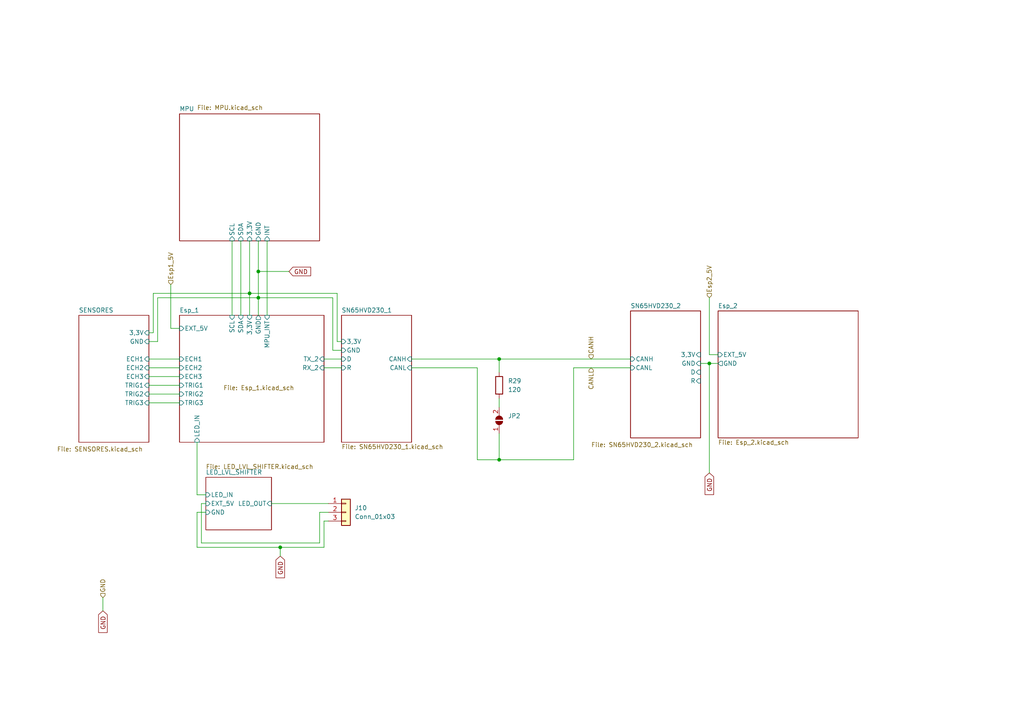
<source format=kicad_sch>
(kicad_sch (version 20230121) (generator eeschema)

  (uuid 3c1d1a99-a059-4686-81b7-0189c3f11a9d)

  (paper "A4")

  (title_block
    (company "FRED")
  )

  (lib_symbols
    (symbol "Connector_Generic:Conn_01x03" (pin_names (offset 1.016) hide) (in_bom yes) (on_board yes)
      (property "Reference" "J" (at 0 5.08 0)
        (effects (font (size 1.27 1.27)))
      )
      (property "Value" "Conn_01x03" (at 0 -5.08 0)
        (effects (font (size 1.27 1.27)))
      )
      (property "Footprint" "" (at 0 0 0)
        (effects (font (size 1.27 1.27)) hide)
      )
      (property "Datasheet" "~" (at 0 0 0)
        (effects (font (size 1.27 1.27)) hide)
      )
      (property "ki_keywords" "connector" (at 0 0 0)
        (effects (font (size 1.27 1.27)) hide)
      )
      (property "ki_description" "Generic connector, single row, 01x03, script generated (kicad-library-utils/schlib/autogen/connector/)" (at 0 0 0)
        (effects (font (size 1.27 1.27)) hide)
      )
      (property "ki_fp_filters" "Connector*:*_1x??_*" (at 0 0 0)
        (effects (font (size 1.27 1.27)) hide)
      )
      (symbol "Conn_01x03_1_1"
        (rectangle (start -1.27 -2.413) (end 0 -2.667)
          (stroke (width 0.1524) (type default))
          (fill (type none))
        )
        (rectangle (start -1.27 0.127) (end 0 -0.127)
          (stroke (width 0.1524) (type default))
          (fill (type none))
        )
        (rectangle (start -1.27 2.667) (end 0 2.413)
          (stroke (width 0.1524) (type default))
          (fill (type none))
        )
        (rectangle (start -1.27 3.81) (end 1.27 -3.81)
          (stroke (width 0.254) (type default))
          (fill (type background))
        )
        (pin passive line (at -5.08 2.54 0) (length 3.81)
          (name "Pin_1" (effects (font (size 1.27 1.27))))
          (number "1" (effects (font (size 1.27 1.27))))
        )
        (pin passive line (at -5.08 0 0) (length 3.81)
          (name "Pin_2" (effects (font (size 1.27 1.27))))
          (number "2" (effects (font (size 1.27 1.27))))
        )
        (pin passive line (at -5.08 -2.54 0) (length 3.81)
          (name "Pin_3" (effects (font (size 1.27 1.27))))
          (number "3" (effects (font (size 1.27 1.27))))
        )
      )
    )
    (symbol "Device:R" (pin_numbers hide) (pin_names (offset 0)) (in_bom yes) (on_board yes)
      (property "Reference" "R" (at 2.032 0 90)
        (effects (font (size 1.27 1.27)))
      )
      (property "Value" "R" (at 0 0 90)
        (effects (font (size 1.27 1.27)))
      )
      (property "Footprint" "" (at -1.778 0 90)
        (effects (font (size 1.27 1.27)) hide)
      )
      (property "Datasheet" "~" (at 0 0 0)
        (effects (font (size 1.27 1.27)) hide)
      )
      (property "ki_keywords" "R res resistor" (at 0 0 0)
        (effects (font (size 1.27 1.27)) hide)
      )
      (property "ki_description" "Resistor" (at 0 0 0)
        (effects (font (size 1.27 1.27)) hide)
      )
      (property "ki_fp_filters" "R_*" (at 0 0 0)
        (effects (font (size 1.27 1.27)) hide)
      )
      (symbol "R_0_1"
        (rectangle (start -1.016 -2.54) (end 1.016 2.54)
          (stroke (width 0.254) (type default))
          (fill (type none))
        )
      )
      (symbol "R_1_1"
        (pin passive line (at 0 3.81 270) (length 1.27)
          (name "~" (effects (font (size 1.27 1.27))))
          (number "1" (effects (font (size 1.27 1.27))))
        )
        (pin passive line (at 0 -3.81 90) (length 1.27)
          (name "~" (effects (font (size 1.27 1.27))))
          (number "2" (effects (font (size 1.27 1.27))))
        )
      )
    )
    (symbol "Jumper:SolderJumper_2_Open" (pin_names (offset 0) hide) (in_bom yes) (on_board yes)
      (property "Reference" "JP" (at 0 2.032 0)
        (effects (font (size 1.27 1.27)))
      )
      (property "Value" "SolderJumper_2_Open" (at 0 -2.54 0)
        (effects (font (size 1.27 1.27)))
      )
      (property "Footprint" "" (at 0 0 0)
        (effects (font (size 1.27 1.27)) hide)
      )
      (property "Datasheet" "~" (at 0 0 0)
        (effects (font (size 1.27 1.27)) hide)
      )
      (property "ki_keywords" "solder jumper SPST" (at 0 0 0)
        (effects (font (size 1.27 1.27)) hide)
      )
      (property "ki_description" "Solder Jumper, 2-pole, open" (at 0 0 0)
        (effects (font (size 1.27 1.27)) hide)
      )
      (property "ki_fp_filters" "SolderJumper*Open*" (at 0 0 0)
        (effects (font (size 1.27 1.27)) hide)
      )
      (symbol "SolderJumper_2_Open_0_1"
        (arc (start -0.254 1.016) (mid -1.2656 0) (end -0.254 -1.016)
          (stroke (width 0) (type default))
          (fill (type none))
        )
        (arc (start -0.254 1.016) (mid -1.2656 0) (end -0.254 -1.016)
          (stroke (width 0) (type default))
          (fill (type outline))
        )
        (polyline
          (pts
            (xy -0.254 1.016)
            (xy -0.254 -1.016)
          )
          (stroke (width 0) (type default))
          (fill (type none))
        )
        (polyline
          (pts
            (xy 0.254 1.016)
            (xy 0.254 -1.016)
          )
          (stroke (width 0) (type default))
          (fill (type none))
        )
        (arc (start 0.254 -1.016) (mid 1.2656 0) (end 0.254 1.016)
          (stroke (width 0) (type default))
          (fill (type none))
        )
        (arc (start 0.254 -1.016) (mid 1.2656 0) (end 0.254 1.016)
          (stroke (width 0) (type default))
          (fill (type outline))
        )
      )
      (symbol "SolderJumper_2_Open_1_1"
        (pin passive line (at -3.81 0 0) (length 2.54)
          (name "A" (effects (font (size 1.27 1.27))))
          (number "1" (effects (font (size 1.27 1.27))))
        )
        (pin passive line (at 3.81 0 180) (length 2.54)
          (name "B" (effects (font (size 1.27 1.27))))
          (number "2" (effects (font (size 1.27 1.27))))
        )
      )
    )
  )

  (junction (at 72.39 85.09) (diameter 0) (color 0 0 0 0)
    (uuid 0279758d-df2f-4062-8428-b5f72fdb6716)
  )
  (junction (at 205.74 105.41) (diameter 0) (color 0 0 0 0)
    (uuid 4666ef4e-6b48-4f3b-bd33-cc27cb2bfc81)
  )
  (junction (at 74.93 86.36) (diameter 0) (color 0 0 0 0)
    (uuid 4abb9b9d-29ee-467f-940e-e4e374e280f9)
  )
  (junction (at 144.78 133.35) (diameter 0) (color 0 0 0 0)
    (uuid 4f98788e-0bb2-4f5c-947c-39eca60f1fc2)
  )
  (junction (at 144.78 104.14) (diameter 0) (color 0 0 0 0)
    (uuid 6b0253f4-24f4-4be4-a355-496cafd85a1b)
  )
  (junction (at 74.93 78.74) (diameter 0) (color 0 0 0 0)
    (uuid 9b13efed-1114-4c30-bcb6-e2276813fdc1)
  )
  (junction (at 81.28 158.75) (diameter 0) (color 0 0 0 0)
    (uuid ae661aaa-01f2-48f1-b5de-988693940995)
  )

  (wire (pts (xy 96.52 101.6) (xy 99.06 101.6))
    (stroke (width 0) (type default))
    (uuid 0d795ebe-5278-45bf-8cee-91169f0aa09f)
  )
  (wire (pts (xy 59.69 148.59) (xy 57.15 148.59))
    (stroke (width 0) (type default))
    (uuid 0dc4ab27-93c3-4367-b415-6f08b4190140)
  )
  (wire (pts (xy 144.78 125.73) (xy 144.78 133.35))
    (stroke (width 0) (type default))
    (uuid 0e23e635-3416-4a46-96e5-c7c4b1192634)
  )
  (wire (pts (xy 72.39 85.09) (xy 72.39 91.44))
    (stroke (width 0) (type default))
    (uuid 1097e3a7-aa2a-4eb5-98d3-aa6f33f892ea)
  )
  (wire (pts (xy 93.98 158.75) (xy 93.98 151.13))
    (stroke (width 0) (type default))
    (uuid 10c8d928-1a5b-4f17-85ba-3b07d0dad0f5)
  )
  (wire (pts (xy 77.47 69.85) (xy 77.47 91.44))
    (stroke (width 0) (type default))
    (uuid 1bfeee04-c1c4-4112-9b13-6c7b8053de82)
  )
  (wire (pts (xy 43.18 104.14) (xy 52.07 104.14))
    (stroke (width 0) (type default))
    (uuid 1e3405dd-242d-460a-88bd-1b5622bcff59)
  )
  (wire (pts (xy 59.69 146.05) (xy 58.42 146.05))
    (stroke (width 0) (type default))
    (uuid 1f2caafb-9397-4cfd-b1d6-55b0c2dd99d9)
  )
  (wire (pts (xy 205.74 105.41) (xy 208.28 105.41))
    (stroke (width 0) (type default))
    (uuid 263375b9-9148-4439-89ec-1f86b0223a8e)
  )
  (wire (pts (xy 138.43 106.68) (xy 138.43 133.35))
    (stroke (width 0) (type default))
    (uuid 2a773894-016d-4ae5-acf1-ca262d6152f1)
  )
  (wire (pts (xy 44.45 85.09) (xy 44.45 96.52))
    (stroke (width 0) (type default))
    (uuid 2b059db8-42c8-4709-8627-bcddddd7b8c3)
  )
  (wire (pts (xy 72.39 85.09) (xy 44.45 85.09))
    (stroke (width 0) (type default))
    (uuid 2b4d9488-a07d-459d-9ba5-9748ab3ff60f)
  )
  (wire (pts (xy 43.18 114.3) (xy 52.07 114.3))
    (stroke (width 0) (type default))
    (uuid 31f1a949-8aa6-46b9-a49e-a8666b8080cb)
  )
  (wire (pts (xy 144.78 115.57) (xy 144.78 118.11))
    (stroke (width 0) (type default))
    (uuid 39a728c7-f1d2-4abb-a35c-8552cdfc1ada)
  )
  (wire (pts (xy 81.28 158.75) (xy 81.28 161.29))
    (stroke (width 0) (type default))
    (uuid 3b217d98-67a7-41f7-acf3-61f97429b2c5)
  )
  (wire (pts (xy 49.53 95.25) (xy 49.53 82.55))
    (stroke (width 0) (type default))
    (uuid 3b30bd8f-a946-46c0-926c-fa36eb17ee72)
  )
  (wire (pts (xy 205.74 86.36) (xy 205.74 102.87))
    (stroke (width 0) (type default))
    (uuid 3c1ed950-fd11-4927-8a2a-fcee23a18beb)
  )
  (wire (pts (xy 203.2 105.41) (xy 205.74 105.41))
    (stroke (width 0) (type default))
    (uuid 3c809d8b-75b4-42cb-b891-322d44f95b21)
  )
  (wire (pts (xy 74.93 86.36) (xy 96.52 86.36))
    (stroke (width 0) (type default))
    (uuid 41812d75-76fa-4c0a-96f3-92051deb4235)
  )
  (wire (pts (xy 138.43 133.35) (xy 144.78 133.35))
    (stroke (width 0) (type default))
    (uuid 421a6033-e298-449f-9a72-e1daa8ae562e)
  )
  (wire (pts (xy 43.18 111.76) (xy 52.07 111.76))
    (stroke (width 0) (type default))
    (uuid 48400a15-3d4e-424e-9f00-ef28122d556b)
  )
  (wire (pts (xy 92.71 148.59) (xy 95.25 148.59))
    (stroke (width 0) (type default))
    (uuid 4a7b56ba-8067-4367-a0b6-145cbd69240a)
  )
  (wire (pts (xy 67.31 69.85) (xy 67.31 91.44))
    (stroke (width 0) (type default))
    (uuid 51e17826-26e3-4d78-b212-f64f0c3dfc49)
  )
  (wire (pts (xy 58.42 146.05) (xy 58.42 157.48))
    (stroke (width 0) (type default))
    (uuid 580d2b19-3eb6-45f7-828c-ddcd0c86312b)
  )
  (wire (pts (xy 97.79 99.06) (xy 99.06 99.06))
    (stroke (width 0) (type default))
    (uuid 5d3c6811-cc89-4228-8853-35f3943eaed1)
  )
  (wire (pts (xy 93.98 104.14) (xy 99.06 104.14))
    (stroke (width 0) (type default))
    (uuid 5dfe80b7-d084-439e-acf8-82c572a69a77)
  )
  (wire (pts (xy 74.93 86.36) (xy 74.93 91.44))
    (stroke (width 0) (type default))
    (uuid 5f48b380-b334-4c2b-9411-9fa4438d33de)
  )
  (wire (pts (xy 72.39 69.85) (xy 72.39 85.09))
    (stroke (width 0) (type default))
    (uuid 60af4739-087c-4591-8402-c46e239fec19)
  )
  (wire (pts (xy 144.78 104.14) (xy 182.88 104.14))
    (stroke (width 0) (type default))
    (uuid 613ff1c8-41d7-4e7a-b062-f6d1c686ef5b)
  )
  (wire (pts (xy 43.18 116.84) (xy 52.07 116.84))
    (stroke (width 0) (type default))
    (uuid 65e58916-5752-4e07-871a-d5409465728c)
  )
  (wire (pts (xy 205.74 102.87) (xy 208.28 102.87))
    (stroke (width 0) (type default))
    (uuid 667b8f0b-bf5f-491c-aa9d-71a04bf98a3c)
  )
  (wire (pts (xy 92.71 157.48) (xy 92.71 148.59))
    (stroke (width 0) (type default))
    (uuid 729273d2-8082-4cc6-9705-054ebab7771b)
  )
  (wire (pts (xy 57.15 158.75) (xy 81.28 158.75))
    (stroke (width 0) (type default))
    (uuid 745a6a5f-d606-463d-aae9-a26264c8e144)
  )
  (wire (pts (xy 166.37 106.68) (xy 182.88 106.68))
    (stroke (width 0) (type default))
    (uuid 74c95a6c-5564-42ad-824b-d06799bfa60f)
  )
  (wire (pts (xy 81.28 158.75) (xy 93.98 158.75))
    (stroke (width 0) (type default))
    (uuid 794e4ee8-f415-46c1-be2e-b136ff8b3949)
  )
  (wire (pts (xy 57.15 143.51) (xy 59.69 143.51))
    (stroke (width 0) (type default))
    (uuid 7b4d6c5c-3b05-4c39-a6a5-d04c37b30fa3)
  )
  (wire (pts (xy 144.78 104.14) (xy 144.78 107.95))
    (stroke (width 0) (type default))
    (uuid 7ee1916c-d0dc-4b85-9caa-53a44d6ef36f)
  )
  (wire (pts (xy 74.93 78.74) (xy 74.93 86.36))
    (stroke (width 0) (type default))
    (uuid 83ae5944-2298-4447-9919-9ad0b26f6721)
  )
  (wire (pts (xy 52.07 95.25) (xy 49.53 95.25))
    (stroke (width 0) (type default))
    (uuid 84a232f1-9791-489e-8b67-3e2f0b8f88c3)
  )
  (wire (pts (xy 74.93 78.74) (xy 83.82 78.74))
    (stroke (width 0) (type default))
    (uuid 8800ab29-bd17-486f-9f87-25055826643a)
  )
  (wire (pts (xy 29.845 173.355) (xy 29.845 177.165))
    (stroke (width 0) (type default))
    (uuid 8cfc09a5-3797-49d1-b54a-8e38e79275a6)
  )
  (wire (pts (xy 119.38 106.68) (xy 138.43 106.68))
    (stroke (width 0) (type default))
    (uuid 8e9ba5aa-08d2-4031-8200-786dbf237dc7)
  )
  (wire (pts (xy 205.74 105.41) (xy 205.74 137.16))
    (stroke (width 0) (type default))
    (uuid 9a2c60e2-fb8b-4882-9639-d83c5f967b7d)
  )
  (wire (pts (xy 57.15 148.59) (xy 57.15 158.75))
    (stroke (width 0) (type default))
    (uuid 9c0f6afd-83df-4eb4-a0f1-4d04155ba0e0)
  )
  (wire (pts (xy 45.72 99.06) (xy 43.18 99.06))
    (stroke (width 0) (type default))
    (uuid 9de2f75b-917a-4196-b48b-f2ed608a527c)
  )
  (wire (pts (xy 119.38 104.14) (xy 144.78 104.14))
    (stroke (width 0) (type default))
    (uuid 9f148b02-7636-4a0b-9db8-392e235d90cb)
  )
  (wire (pts (xy 96.52 86.36) (xy 96.52 101.6))
    (stroke (width 0) (type default))
    (uuid a180f583-eb49-4324-a82e-5820838eb9aa)
  )
  (wire (pts (xy 72.39 85.09) (xy 97.79 85.09))
    (stroke (width 0) (type default))
    (uuid a725d206-1359-4572-9865-f0336c89bed0)
  )
  (wire (pts (xy 45.72 86.36) (xy 45.72 99.06))
    (stroke (width 0) (type default))
    (uuid af09447a-a307-4a22-a175-5bbd112d17f6)
  )
  (wire (pts (xy 93.98 151.13) (xy 95.25 151.13))
    (stroke (width 0) (type default))
    (uuid b3897f12-9f0c-437b-ac8b-c1393d502a83)
  )
  (wire (pts (xy 58.42 157.48) (xy 92.71 157.48))
    (stroke (width 0) (type default))
    (uuid b9d944bc-c89c-420b-b38a-8094179ae075)
  )
  (wire (pts (xy 97.79 85.09) (xy 97.79 99.06))
    (stroke (width 0) (type default))
    (uuid c7d447fa-2ec7-4884-8ef2-2f84fa64a766)
  )
  (wire (pts (xy 144.78 133.35) (xy 166.37 133.35))
    (stroke (width 0) (type default))
    (uuid ca5bf21d-0746-4918-930b-bace94e6b1a2)
  )
  (wire (pts (xy 74.93 69.85) (xy 74.93 78.74))
    (stroke (width 0) (type default))
    (uuid cef810c4-89fb-4946-9582-41ba13eb14bf)
  )
  (wire (pts (xy 78.74 146.05) (xy 95.25 146.05))
    (stroke (width 0) (type default))
    (uuid cf68310d-f19e-49ac-9609-207b26551ce0)
  )
  (wire (pts (xy 57.15 128.27) (xy 57.15 143.51))
    (stroke (width 0) (type default))
    (uuid d5fd2f25-ada0-44ff-9446-0b9806a78d9c)
  )
  (wire (pts (xy 74.93 86.36) (xy 45.72 86.36))
    (stroke (width 0) (type default))
    (uuid d8724a85-e505-4d87-86da-dd8546345a39)
  )
  (wire (pts (xy 43.18 106.68) (xy 52.07 106.68))
    (stroke (width 0) (type default))
    (uuid dc588aab-b5cc-45ba-8250-819febfa61e3)
  )
  (wire (pts (xy 93.98 106.68) (xy 99.06 106.68))
    (stroke (width 0) (type default))
    (uuid df92133f-4b12-4717-8ea6-c26b561d20ee)
  )
  (wire (pts (xy 69.85 69.85) (xy 69.85 91.44))
    (stroke (width 0) (type default))
    (uuid e9b03767-a70e-4952-95bc-932ed1a3c096)
  )
  (wire (pts (xy 166.37 133.35) (xy 166.37 106.68))
    (stroke (width 0) (type default))
    (uuid e9f581ef-d38f-46c8-8adc-98e48e80c634)
  )
  (wire (pts (xy 44.45 96.52) (xy 43.18 96.52))
    (stroke (width 0) (type default))
    (uuid fb919cb1-3080-42d7-9208-0e82bdb6bf2a)
  )
  (wire (pts (xy 43.18 109.22) (xy 52.07 109.22))
    (stroke (width 0) (type default))
    (uuid fea86516-0517-4b0a-a8eb-900cf10b27e9)
  )

  (global_label "GND" (shape input) (at 81.28 161.29 270) (fields_autoplaced)
    (effects (font (size 1.27 1.27)) (justify right))
    (uuid 13426801-f37a-446d-8f1d-fc56f0318fad)
    (property "Intersheetrefs" "${INTERSHEET_REFS}" (at 81.28 168.1457 90)
      (effects (font (size 1.27 1.27)) (justify right) hide)
    )
  )
  (global_label "GND" (shape input) (at 29.845 177.165 270) (fields_autoplaced)
    (effects (font (size 1.27 1.27)) (justify right))
    (uuid 2c88646a-1920-4c23-a48c-109c879894a0)
    (property "Intersheetrefs" "${INTERSHEET_REFS}" (at 29.845 184.0207 90)
      (effects (font (size 1.27 1.27)) (justify right) hide)
    )
  )
  (global_label "GND" (shape input) (at 83.82 78.74 0) (fields_autoplaced)
    (effects (font (size 1.27 1.27)) (justify left))
    (uuid c9275ae0-1e09-41bc-b675-b123e96e56fd)
    (property "Intersheetrefs" "${INTERSHEET_REFS}" (at 90.6757 78.74 0)
      (effects (font (size 1.27 1.27)) (justify left) hide)
    )
  )
  (global_label "GND" (shape input) (at 205.74 137.16 270) (fields_autoplaced)
    (effects (font (size 1.27 1.27)) (justify right))
    (uuid ee168743-fd68-4b41-8354-4c8562a8c998)
    (property "Intersheetrefs" "${INTERSHEET_REFS}" (at 205.74 144.0157 90)
      (effects (font (size 1.27 1.27)) (justify right) hide)
    )
  )

  (hierarchical_label "Esp1_5V" (shape input) (at 49.53 82.55 90) (fields_autoplaced)
    (effects (font (size 1.27 1.27)) (justify left))
    (uuid 1449ae4d-a57f-4b2b-98db-d2919a1f1a83)
  )
  (hierarchical_label "Esp2_5V" (shape input) (at 205.74 86.36 90) (fields_autoplaced)
    (effects (font (size 1.27 1.27)) (justify left))
    (uuid 74c6c6b0-0054-4f4a-ad00-d74597d7b6c5)
  )
  (hierarchical_label "GND" (shape input) (at 29.845 173.355 90) (fields_autoplaced)
    (effects (font (size 1.27 1.27)) (justify left))
    (uuid 931e43b5-f6e8-4480-85dc-2f0eb674a191)
  )
  (hierarchical_label "CANH" (shape input) (at 171.45 104.14 90) (fields_autoplaced)
    (effects (font (size 1.27 1.27)) (justify left))
    (uuid 9a2a4118-c0cd-48c9-ba0f-fb1fe9a2174e)
  )
  (hierarchical_label "CANL" (shape input) (at 171.45 106.68 270) (fields_autoplaced)
    (effects (font (size 1.27 1.27)) (justify right))
    (uuid b8353587-f1c5-43da-a706-18baa6e1dfe5)
  )

  (symbol (lib_id "Connector_Generic:Conn_01x03") (at 100.33 148.59 0) (unit 1)
    (in_bom yes) (on_board yes) (dnp no) (fields_autoplaced)
    (uuid 3240ee07-06e7-4d5b-84eb-2b95fa9a762a)
    (property "Reference" "J10" (at 102.87 147.32 0)
      (effects (font (size 1.27 1.27)) (justify left))
    )
    (property "Value" "Conn_01x03" (at 102.87 149.86 0)
      (effects (font (size 1.27 1.27)) (justify left))
    )
    (property "Footprint" "" (at 100.33 148.59 0)
      (effects (font (size 1.27 1.27)) hide)
    )
    (property "Datasheet" "~" (at 100.33 148.59 0)
      (effects (font (size 1.27 1.27)) hide)
    )
    (pin "1" (uuid a2c524d4-ccfe-4f93-9eac-34e8c263076a))
    (pin "2" (uuid a1ae70dd-86c0-4ebd-81af-78a4e8f9c353))
    (pin "3" (uuid 44ef7a88-2fa7-44f7-a883-0209165ce4bc))
    (instances
      (project "fred_v3"
        (path "/210292b2-d6ba-424c-bd40-e4a2be18eb8d/0e3fc8cf-969d-492f-823d-ed0765038f7e"
          (reference "J10") (unit 1)
        )
      )
    )
  )

  (symbol (lib_id "Device:R") (at 144.78 111.76 0) (unit 1)
    (in_bom yes) (on_board yes) (dnp no) (fields_autoplaced)
    (uuid e016bfd4-6fac-43ca-b8d1-4ab468dc2eec)
    (property "Reference" "R29" (at 147.32 110.49 0)
      (effects (font (size 1.27 1.27)) (justify left))
    )
    (property "Value" "120" (at 147.32 113.03 0)
      (effects (font (size 1.27 1.27)) (justify left))
    )
    (property "Footprint" "" (at 143.002 111.76 90)
      (effects (font (size 1.27 1.27)) hide)
    )
    (property "Datasheet" "~" (at 144.78 111.76 0)
      (effects (font (size 1.27 1.27)) hide)
    )
    (pin "1" (uuid 6fb9ca5a-ee84-4777-aa75-170a643eb2bc))
    (pin "2" (uuid ab4bc65e-7ebf-4dcc-af86-48e0e00b560c))
    (instances
      (project "fred_v3"
        (path "/210292b2-d6ba-424c-bd40-e4a2be18eb8d/0e3fc8cf-969d-492f-823d-ed0765038f7e"
          (reference "R29") (unit 1)
        )
      )
    )
  )

  (symbol (lib_id "Jumper:SolderJumper_2_Open") (at 144.78 121.92 90) (unit 1)
    (in_bom yes) (on_board yes) (dnp no) (fields_autoplaced)
    (uuid f0b573ec-e85e-4c26-9356-dc6be44d9bca)
    (property "Reference" "JP2" (at 147.32 120.65 90)
      (effects (font (size 1.27 1.27)) (justify right))
    )
    (property "Value" "SolderJumper_2_Open" (at 147.32 123.19 90)
      (effects (font (size 1.27 1.27)) (justify right) hide)
    )
    (property "Footprint" "" (at 144.78 121.92 0)
      (effects (font (size 1.27 1.27)) hide)
    )
    (property "Datasheet" "~" (at 144.78 121.92 0)
      (effects (font (size 1.27 1.27)) hide)
    )
    (pin "1" (uuid 5547cb46-4558-4220-9eff-d1b226a29396))
    (pin "2" (uuid 6c9ec4da-9c10-40c4-b043-1cd50a0bf284))
    (instances
      (project "fred_v3"
        (path "/210292b2-d6ba-424c-bd40-e4a2be18eb8d/0e3fc8cf-969d-492f-823d-ed0765038f7e"
          (reference "JP2") (unit 1)
        )
      )
    )
  )

  (sheet (at 208.28 90.17) (size 40.64 36.83) (fields_autoplaced)
    (stroke (width 0.1524) (type solid))
    (fill (color 0 0 0 0.0000))
    (uuid 2d8ba9f8-39ef-41b1-a16e-af014527e417)
    (property "Sheetname" "Esp_2" (at 208.28 89.4584 0)
      (effects (font (size 1.27 1.27)) (justify left bottom))
    )
    (property "Sheetfile" "Esp_2.kicad_sch" (at 208.28 127.5846 0)
      (effects (font (size 1.27 1.27)) (justify left top))
    )
    (pin "EXT_5V" input (at 208.28 102.87 180)
      (effects (font (size 1.27 1.27)) (justify left))
      (uuid d1574928-32dd-4ab7-a378-b74cd63ccb8f)
    )
    (pin "GND" output (at 208.28 105.41 180)
      (effects (font (size 1.27 1.27)) (justify left))
      (uuid 99583598-a290-4cb5-9f94-43c5b05c24e7)
    )
    (instances
      (project "fred_v3"
        (path "/210292b2-d6ba-424c-bd40-e4a2be18eb8d/0e3fc8cf-969d-492f-823d-ed0765038f7e" (page "5"))
      )
    )
  )

  (sheet (at 99.06 91.44) (size 20.32 36.83) (fields_autoplaced)
    (stroke (width 0.1524) (type solid))
    (fill (color 0 0 0 0.0000))
    (uuid 3379c770-e023-4f58-8aed-b99de32d8765)
    (property "Sheetname" "SN65HVD230_1" (at 99.06 90.7284 0)
      (effects (font (size 1.27 1.27)) (justify left bottom))
    )
    (property "Sheetfile" "SN65HVD230_1.kicad_sch" (at 99.06 128.8546 0)
      (effects (font (size 1.27 1.27)) (justify left top))
    )
    (pin "D" input (at 99.06 104.14 180)
      (effects (font (size 1.27 1.27)) (justify left))
      (uuid a481d362-588a-4c06-9a42-eff338a71c06)
    )
    (pin "R" input (at 99.06 106.68 180)
      (effects (font (size 1.27 1.27)) (justify left))
      (uuid 27b79bf5-fdb5-4dee-b562-3a302e69e9eb)
    )
    (pin "CANH" input (at 119.38 104.14 0)
      (effects (font (size 1.27 1.27)) (justify right))
      (uuid 0ef215ed-04ff-4124-92cc-9b2a2e96ed57)
    )
    (pin "CANL" input (at 119.38 106.68 0)
      (effects (font (size 1.27 1.27)) (justify right))
      (uuid 6efbab9f-1e60-4284-a5e9-fe3b131722a8)
    )
    (pin "3,3V" input (at 99.06 99.06 180)
      (effects (font (size 1.27 1.27)) (justify left))
      (uuid 36eae1eb-d75e-4700-845b-c03c54eef1a9)
    )
    (pin "GND" input (at 99.06 101.6 180)
      (effects (font (size 1.27 1.27)) (justify left))
      (uuid fedc51f7-0c63-4173-8350-776c5df99be2)
    )
    (instances
      (project "fred_v3"
        (path "/210292b2-d6ba-424c-bd40-e4a2be18eb8d/0e3fc8cf-969d-492f-823d-ed0765038f7e" (page "7"))
      )
    )
  )

  (sheet (at 182.88 90.17) (size 20.32 36.83)
    (stroke (width 0.1524) (type solid))
    (fill (color 0 0 0 0.0000))
    (uuid bacc7c6b-e1f9-4864-989a-583c1b66a339)
    (property "Sheetname" "SN65HVD230_2" (at 182.88 89.4584 0)
      (effects (font (size 1.27 1.27)) (justify left bottom))
    )
    (property "Sheetfile" "SN65HVD230_2.kicad_sch" (at 171.45 128.27 0)
      (effects (font (size 1.27 1.27)) (justify left top))
    )
    (pin "3,3V" input (at 203.2 102.87 0)
      (effects (font (size 1.27 1.27)) (justify right))
      (uuid d95836bc-4316-47f6-87fc-6942afd51fd8)
    )
    (pin "GND" input (at 203.2 105.41 0)
      (effects (font (size 1.27 1.27)) (justify right))
      (uuid da1167f9-a74a-4400-97ff-2d0a494fcfbf)
    )
    (pin "CANH" input (at 182.88 104.14 180)
      (effects (font (size 1.27 1.27)) (justify left))
      (uuid 4d759293-d04f-4d17-aefb-e40495ecd126)
    )
    (pin "CANL" input (at 182.88 106.68 180)
      (effects (font (size 1.27 1.27)) (justify left))
      (uuid 9c1d7ec5-00f9-4c8e-969f-e7a11f09fc38)
    )
    (pin "D" input (at 203.2 107.95 0)
      (effects (font (size 1.27 1.27)) (justify right))
      (uuid 3db977f7-0034-4079-86eb-ed688b1e19e0)
    )
    (pin "R" input (at 203.2 110.49 0)
      (effects (font (size 1.27 1.27)) (justify right))
      (uuid e15b54a3-bd5e-4a4f-9838-2b161ae79571)
    )
    (instances
      (project "fred_v3"
        (path "/210292b2-d6ba-424c-bd40-e4a2be18eb8d/0e3fc8cf-969d-492f-823d-ed0765038f7e" (page "8"))
      )
    )
  )

  (sheet (at 22.86 91.44) (size 20.32 36.83)
    (stroke (width 0.1524) (type solid))
    (fill (color 0 0 0 0.0000))
    (uuid c174aa10-0cd9-4bfa-92c8-213bce70e792)
    (property "Sheetname" "SENSORES" (at 22.86 90.7284 0)
      (effects (font (size 1.27 1.27)) (justify left bottom))
    )
    (property "Sheetfile" "SENSORES.kicad_sch" (at 16.51 129.54 0)
      (effects (font (size 1.27 1.27)) (justify left top))
    )
    (pin "ECH3" input (at 43.18 109.22 0)
      (effects (font (size 1.27 1.27)) (justify right))
      (uuid 0dc7b31d-ea47-482a-a35f-89df56750c5a)
    )
    (pin "GND" input (at 43.18 99.06 0)
      (effects (font (size 1.27 1.27)) (justify right))
      (uuid 5e9cc590-1918-4022-b026-54f4c0c119b9)
    )
    (pin "ECH2" input (at 43.18 106.68 0)
      (effects (font (size 1.27 1.27)) (justify right))
      (uuid 5f323873-7e42-4495-bb85-0638796959f0)
    )
    (pin "3,3V" input (at 43.18 96.52 0)
      (effects (font (size 1.27 1.27)) (justify right))
      (uuid efa03db6-33f3-423b-8f2a-89fbb1233c95)
    )
    (pin "ECH1" input (at 43.18 104.14 0)
      (effects (font (size 1.27 1.27)) (justify right))
      (uuid 16c815f3-2d2c-4b45-a5a9-b6ae63eb00fd)
    )
    (pin "TRIG2" input (at 43.18 114.3 0)
      (effects (font (size 1.27 1.27)) (justify right))
      (uuid d20c3fdb-2f93-4928-9701-114355bda764)
    )
    (pin "TRIG3" input (at 43.18 116.84 0)
      (effects (font (size 1.27 1.27)) (justify right))
      (uuid 60ac4f88-7f11-4550-8c47-6c0dabcc2799)
    )
    (pin "TRIG1" input (at 43.18 111.76 0)
      (effects (font (size 1.27 1.27)) (justify right))
      (uuid 4a2d720b-4019-4e3a-91cc-846abc7b9812)
    )
    (instances
      (project "fred_v3"
        (path "/210292b2-d6ba-424c-bd40-e4a2be18eb8d/0e3fc8cf-969d-492f-823d-ed0765038f7e" (page "9"))
      )
    )
  )

  (sheet (at 52.07 33.02) (size 40.64 36.83)
    (stroke (width 0.1524) (type solid))
    (fill (color 0 0 0 0.0000))
    (uuid cb2022f3-76dc-4488-87ab-d14263ff5040)
    (property "Sheetname" "MPU" (at 52.07 32.3084 0)
      (effects (font (size 1.27 1.27)) (justify left bottom))
    )
    (property "Sheetfile" "MPU.kicad_sch" (at 57.15 30.48 0)
      (effects (font (size 1.27 1.27)) (justify left top))
    )
    (pin "SCL" input (at 67.31 69.85 270)
      (effects (font (size 1.27 1.27)) (justify left))
      (uuid 4efadefe-7ce4-4bcc-bca2-bae936f1bf22)
    )
    (pin "SDA" input (at 69.85 69.85 270)
      (effects (font (size 1.27 1.27)) (justify left))
      (uuid 43f610bf-49ff-42ac-a815-6df38b15dd67)
    )
    (pin "3,3V" input (at 72.39 69.85 270)
      (effects (font (size 1.27 1.27)) (justify left))
      (uuid 21c6c8cb-6dcd-496e-a1eb-96485daed1ea)
    )
    (pin "GND" input (at 74.93 69.85 270)
      (effects (font (size 1.27 1.27)) (justify left))
      (uuid c1bea796-95e3-417d-b9b6-4859bbf513af)
    )
    (pin "INT" input (at 77.47 69.85 270)
      (effects (font (size 1.27 1.27)) (justify left))
      (uuid e60d2f7e-aacc-40e9-a731-11309f9e34ad)
    )
    (instances
      (project "fred_v3"
        (path "/210292b2-d6ba-424c-bd40-e4a2be18eb8d/0e3fc8cf-969d-492f-823d-ed0765038f7e" (page "6"))
      )
    )
  )

  (sheet (at 52.07 91.44) (size 41.91 36.83)
    (stroke (width 0.1524) (type solid))
    (fill (color 0 0 0 0.0000))
    (uuid e569b439-0614-4295-b785-ded332857db7)
    (property "Sheetname" "Esp_1" (at 52.07 90.7284 0)
      (effects (font (size 1.27 1.27)) (justify left bottom))
    )
    (property "Sheetfile" "Esp_1.kicad_sch" (at 64.77 111.76 0)
      (effects (font (size 1.27 1.27)) (justify left top))
    )
    (pin "EXT_5V" input (at 52.07 95.25 180)
      (effects (font (size 1.27 1.27)) (justify left))
      (uuid b5d0b1e2-dda7-4d07-b920-bf5d8a4ea314)
    )
    (pin "GND" output (at 74.93 91.44 90)
      (effects (font (size 1.27 1.27)) (justify right))
      (uuid 52ba8f21-7cec-42ff-aee0-e1f6b3b68fe1)
    )
    (pin "3,3V" input (at 72.39 91.44 90)
      (effects (font (size 1.27 1.27)) (justify right))
      (uuid 2672deb3-1369-4ab3-8fa7-65b1b0d99cd1)
    )
    (pin "SCL" input (at 67.31 91.44 90)
      (effects (font (size 1.27 1.27)) (justify right))
      (uuid 86b04318-2185-4d57-a375-873763befc8c)
    )
    (pin "SDA" input (at 69.85 91.44 90)
      (effects (font (size 1.27 1.27)) (justify right))
      (uuid 80b94da4-4840-4280-9add-50d0b35f2b9e)
    )
    (pin "MPU_INT" input (at 77.47 91.44 90)
      (effects (font (size 1.27 1.27)) (justify right))
      (uuid 89faace4-d91b-44c3-a22a-376f59d04e80)
    )
    (pin "RX_2" input (at 93.98 106.68 0)
      (effects (font (size 1.27 1.27)) (justify right))
      (uuid 67b27559-be7b-40bf-a72c-d8a4d8b6ed75)
    )
    (pin "TX_2" input (at 93.98 104.14 0)
      (effects (font (size 1.27 1.27)) (justify right))
      (uuid df38958e-ecf7-4b33-b4cb-9cc3e07f60fe)
    )
    (pin "ECH3" input (at 52.07 109.22 180)
      (effects (font (size 1.27 1.27)) (justify left))
      (uuid 08626218-3540-4919-95de-05d80c7a811a)
    )
    (pin "TRIG3" input (at 52.07 116.84 180)
      (effects (font (size 1.27 1.27)) (justify left))
      (uuid 3b412714-915b-443a-bc1e-bd0c40800a48)
    )
    (pin "TRIG1" input (at 52.07 111.76 180)
      (effects (font (size 1.27 1.27)) (justify left))
      (uuid 13e44fd7-c920-4e71-bb4d-dcc321765e0d)
    )
    (pin "TRIG2" input (at 52.07 114.3 180)
      (effects (font (size 1.27 1.27)) (justify left))
      (uuid 675db2b7-6a98-4d80-be8c-6d4cb70d06c9)
    )
    (pin "ECH1" input (at 52.07 104.14 180)
      (effects (font (size 1.27 1.27)) (justify left))
      (uuid 26c6dac3-103a-4875-b567-38f7d0397caf)
    )
    (pin "ECH2" input (at 52.07 106.68 180)
      (effects (font (size 1.27 1.27)) (justify left))
      (uuid 84b057b5-fd4e-4ebb-9569-6aa38c236931)
    )
    (pin "LED_IN" input (at 57.15 128.27 270)
      (effects (font (size 1.27 1.27)) (justify left))
      (uuid 3a650199-ae9c-46d9-bca2-a8da6cfb5dfe)
    )
    (instances
      (project "fred_v3"
        (path "/210292b2-d6ba-424c-bd40-e4a2be18eb8d/0e3fc8cf-969d-492f-823d-ed0765038f7e" (page "4"))
      )
    )
  )

  (sheet (at 59.69 138.43) (size 19.05 15.24)
    (stroke (width 0.1524) (type solid))
    (fill (color 0 0 0 0.0000))
    (uuid f5890d99-36f2-44b0-a348-bb4b7a458d74)
    (property "Sheetname" "LED_LVL_SHIFTER" (at 59.69 137.7184 0)
      (effects (font (size 1.27 1.27)) (justify left bottom))
    )
    (property "Sheetfile" "LED_LVL_SHIFTER.kicad_sch" (at 59.69 134.62 0)
      (effects (font (size 1.27 1.27)) (justify left top))
    )
    (pin "EXT_5V" input (at 59.69 146.05 180)
      (effects (font (size 1.27 1.27)) (justify left))
      (uuid 8502c2b6-c6ea-4ca0-b6d1-5530e015eea6)
    )
    (pin "LED_IN" input (at 59.69 143.51 180)
      (effects (font (size 1.27 1.27)) (justify left))
      (uuid 25127d83-687c-46f9-8f9b-ee650da1dd29)
    )
    (pin "LED_OUT" input (at 78.74 146.05 0)
      (effects (font (size 1.27 1.27)) (justify right))
      (uuid ba7be422-1a71-4ab8-a2a7-98d065e3f466)
    )
    (pin "GND" input (at 59.69 148.59 180)
      (effects (font (size 1.27 1.27)) (justify left))
      (uuid f2a67bce-f61c-411f-bcf0-4e9af65e7c85)
    )
    (instances
      (project "fred_v3"
        (path "/210292b2-d6ba-424c-bd40-e4a2be18eb8d/0e3fc8cf-969d-492f-823d-ed0765038f7e" (page "10"))
      )
    )
  )
)

</source>
